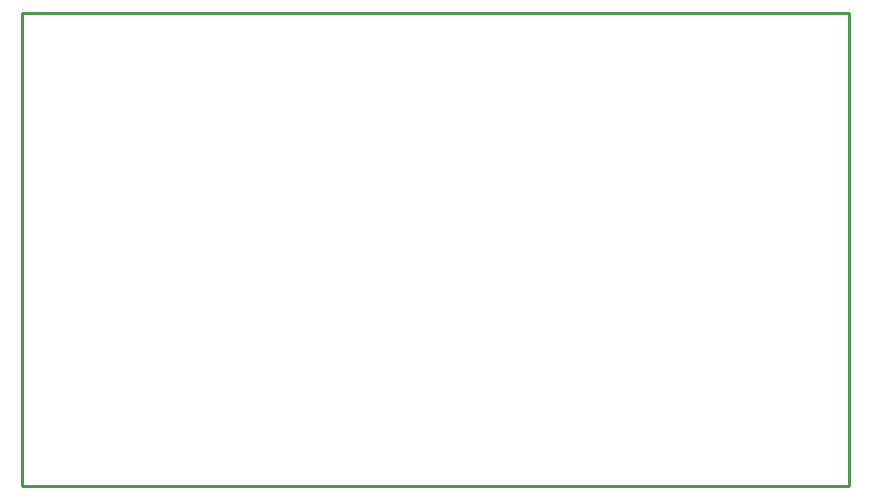
<source format=gko>
G04 Layer: BoardOutlineLayer*
G04 EasyEDA v6.5.50, 2025-06-24 16:33:47*
G04 5496cec8b1eb4744bb4034f485f85566,07aaf3ec58ed4e568cacc845e37e2e79,10*
G04 Gerber Generator version 0.2*
G04 Scale: 100 percent, Rotated: No, Reflected: No *
G04 Dimensions in millimeters *
G04 leading zeros omitted , absolute positions ,4 integer and 5 decimal *
%FSLAX45Y45*%
%MOMM*%

%ADD10C,0.2540*%
%ADD11C,0.0117*%
D10*
X0Y3999992D02*
G01*
X6999986Y3999992D01*
X6999986Y0D01*
X0Y0D01*
X0Y3999992D01*

%LPD*%
M02*

</source>
